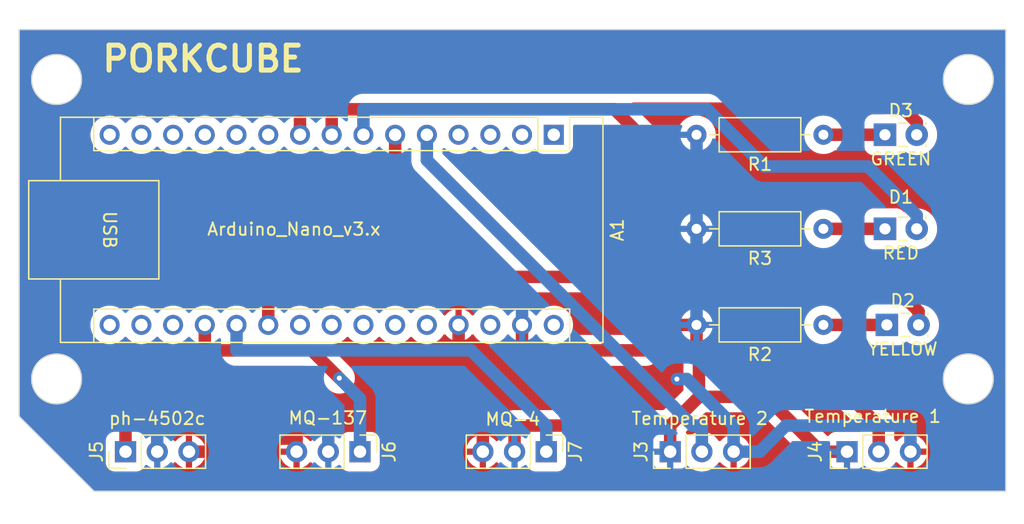
<source format=kicad_pcb>
(kicad_pcb (version 20221018) (generator pcbnew)
  (layers (0 "F.Cu" signal) (31 "B.Cu" signal) (34 "B.Paste" user) (35 "F.Paste" user) (36 "B.SilkS" user "B.Silkscreen") (37 "F.SilkS" user "F.Silkscreen") (38 "B.Mask" user) (39 "F.Mask" user) (44 "Edge.Cuts" user))
  (net 0 "")
  (net 5 "temp1")
  (net 6 "temp2")
  (net 7 "red")
  (net 8 "yellow")
  (net 9 "green")
  (net 19 "mq-137")
  (net 20 "mq-4")
  (net 21 "ph")
  (net 27 "Net-(A1-+5V)")
  (net 30 "Net-(D1-K)")
  (net 31 "Net-(D2-K)")
  (net 32 "Net-(D3-K)")
  (net 33 "Net-(J3-Pin_1)")
  (footprint "Connector_PinHeader_2.54mm:PinHeader_1x03_P2.54mm_Vertical" (layer "F.Cu") (at 152.3 94.84 90)
    (fp_text reference "J3" (at 0 -2.33 90) (layer "F.SilkS"))
    (fp_text value "Temperature 2" (at 2.66 2.37) (layer "F.SilkS"))
    (fp_line (start -1.33 -1.33) (end 0 -1.33) (stroke (width 0.12)) (layer "F.SilkS"))
    (fp_line (start -1.33 0) (end -1.33 -1.33) (stroke (width 0.12)) (layer "F.SilkS"))
    (fp_line (start -1.33 1.27) (end -1.33 6.41) (stroke (width 0.12)) (layer "F.SilkS"))
    (fp_line (start -1.33 1.27) (end 1.33 1.27) (stroke (width 0.12)) (layer "F.SilkS"))
    (fp_line (start -1.33 6.41) (end 1.33 6.41) (stroke (width 0.12)) (layer "F.SilkS"))
    (fp_line (start 1.33 1.27) (end 1.33 6.41) (stroke (width 0.12)) (layer "F.SilkS"))
    (pad "1" thru_hole rect (at 0 0 90) (size 1.7 1.7) (drill 1) (layers "*.Cu" "*.Mask") (net 33 "Net-(J3-Pin_1)"))
    (pad "2" thru_hole oval (at 0 2.54 90) (size 1.7 1.7) (drill 1) (layers "*.Cu" "*.Mask") (net 5 "temp1"))
    (pad "3" thru_hole oval (at 0 5.08 90) (size 1.7 1.7) (drill 1) (layers "*.Cu" "*.Mask") (net 27 "Net-(A1-+5V)"))
  )
  (footprint "Resistor_THT:R_Axial_DIN0207_L6.3mm_D2.5mm_P10.16mm_Horizontal" (layer "F.Cu") (at 164.57 84.68 180)
    (fp_text reference "R2" (at 5.08 -2.37) (layer "F.SilkS"))
    (fp_text value "470")
    (fp_line (start 1.04 0) (end 1.81 0) (stroke (width 0.12)) (layer "F.SilkS"))
    (fp_line (start 1.81 -1.37) (end 1.81 1.37) (stroke (width 0.12)) (layer "F.SilkS"))
    (fp_line (start 1.81 1.37) (end 8.35 1.37) (stroke (width 0.12)) (layer "F.SilkS"))
    (fp_line (start 8.35 -1.37) (end 1.81 -1.37) (stroke (width 0.12)) (layer "F.SilkS"))
    (fp_line (start 8.35 1.37) (end 8.35 -1.37) (stroke (width 0.12)) (layer "F.SilkS"))
    (fp_line (start 9.12 0) (end 8.35 0) (stroke (width 0.12)) (layer "F.SilkS"))
    (pad "1" thru_hole circle (at 0 0 180) (size 1.6 1.6) (drill 0.8) (layers "*.Cu" "*.Mask") (net 31 "Net-(D2-K)"))
    (pad "2" thru_hole oval (at 10.16 0 180) (size 1.6 1.6) (drill 0.8) (layers "*.Cu" "*.Mask") (net 33 "Net-(J3-Pin_1)"))
  )
  (footprint "LED_THT:LED_Rectangular_W3.9mm_H1.8mm_FlatTop" (layer "F.Cu") (at 169.65 84.68)
    (fp_text reference "D2" (at 1.27 -1.935) (layer "F.SilkS"))
    (fp_text value "YELLOW" (at 1.27 1.935) (layer "F.SilkS"))
    (fp_line (start 1.08 -0.935) (end 1.811 -0.935) (stroke (width 0.12)) (layer "F.SilkS"))
    (fp_line (start 1.08 0.935) (end 1.811 0.935) (stroke (width 0.12)) (layer "F.SilkS"))
    (fp_line (start 3.27 -0.935) (end 3.28 -0.935) (stroke (width 0.12)) (layer "F.SilkS"))
    (fp_line (start 3.27 0.935) (end 3.28 0.935) (stroke (width 0.12)) (layer "F.SilkS"))
    (fp_line (start 3.28 -0.935) (end 3.28 -0.825) (stroke (width 0.12)) (layer "F.SilkS"))
    (fp_line (start 3.28 0.825) (end 3.28 0.935) (stroke (width 0.12)) (layer "F.SilkS"))
    (pad "1" thru_hole rect (at 0 0) (size 1.8 1.8) (drill 0.9) (layers "*.Cu" "*.Mask") (net 31 "Net-(D2-K)"))
    (pad "2" thru_hole circle (at 2.54 0) (size 1.8 1.8) (drill 0.9) (layers "*.Cu" "*.Mask") (net 8 "yellow"))
  )
  (footprint "Connector_PinHeader_2.54mm:PinHeader_1x03_P2.54mm_Vertical" (layer "F.Cu") (at 108.69 94.84 90)
    (fp_text reference "J5" (at 0 -2.33 90) (layer "F.SilkS"))
    (fp_text value "ph-4502c" (at 2.66 2.54) (layer "F.SilkS"))
    (fp_line (start -1.33 -1.33) (end 0 -1.33) (stroke (width 0.12)) (layer "F.SilkS"))
    (fp_line (start -1.33 0) (end -1.33 -1.33) (stroke (width 0.12)) (layer "F.SilkS"))
    (fp_line (start -1.33 1.27) (end -1.33 6.41) (stroke (width 0.12)) (layer "F.SilkS"))
    (fp_line (start -1.33 1.27) (end 1.33 1.27) (stroke (width 0.12)) (layer "F.SilkS"))
    (fp_line (start -1.33 6.41) (end 1.33 6.41) (stroke (width 0.12)) (layer "F.SilkS"))
    (fp_line (start 1.33 1.27) (end 1.33 6.41) (stroke (width 0.12)) (layer "F.SilkS"))
    (pad "1" thru_hole rect (at 0 0 90) (size 1.7 1.7) (drill 1) (layers "*.Cu" "*.Mask") (net 21 "ph"))
    (pad "2" thru_hole oval (at 0 2.54 90) (size 1.7 1.7) (drill 1) (layers "*.Cu" "*.Mask") (net 33 "Net-(J3-Pin_1)"))
    (pad "3" thru_hole oval (at 0 5.08 90) (size 1.7 1.7) (drill 1) (layers "*.Cu" "*.Mask") (net 27 "Net-(A1-+5V)"))
  )
  (footprint "LED_THT:LED_Rectangular_W3.9mm_H1.8mm_FlatTop" (layer "F.Cu") (at 169.5 69.44)
    (fp_text reference "D3" (at 1.27 -1.935) (layer "F.SilkS"))
    (fp_text value "GREEN" (at 1.27 1.935) (layer "F.SilkS"))
    (fp_line (start 1.08 -0.935) (end 1.811 -0.935) (stroke (width 0.12)) (layer "F.SilkS"))
    (fp_line (start 1.08 0.935) (end 1.811 0.935) (stroke (width 0.12)) (layer "F.SilkS"))
    (fp_line (start 3.27 -0.935) (end 3.28 -0.935) (stroke (width 0.12)) (layer "F.SilkS"))
    (fp_line (start 3.27 0.935) (end 3.28 0.935) (stroke (width 0.12)) (layer "F.SilkS"))
    (fp_line (start 3.28 -0.935) (end 3.28 -0.825) (stroke (width 0.12)) (layer "F.SilkS"))
    (fp_line (start 3.28 0.825) (end 3.28 0.935) (stroke (width 0.12)) (layer "F.SilkS"))
    (pad "1" thru_hole rect (at 0 0) (size 1.8 1.8) (drill 0.9) (layers "*.Cu" "*.Mask") (net 32 "Net-(D3-K)"))
    (pad "2" thru_hole circle (at 2.54 0) (size 1.8 1.8) (drill 0.9) (layers "*.Cu" "*.Mask") (net 9 "green"))
  )
  (footprint "Connector_PinHeader_2.54mm:PinHeader_1x03_P2.54mm_Vertical" (layer "F.Cu") (at 166.46 94.84 90)
    (fp_text reference "J4" (at 0 -2.54 90) (layer "F.SilkS"))
    (fp_text value "Temperature 1" (at 2.83 2.06) (layer "F.SilkS"))
    (fp_line (start -1.33 -1.33) (end 0 -1.33) (stroke (width 0.12)) (layer "F.SilkS"))
    (fp_line (start -1.33 0) (end -1.33 -1.33) (stroke (width 0.12)) (layer "F.SilkS"))
    (fp_line (start -1.33 1.27) (end -1.33 6.41) (stroke (width 0.12)) (layer "F.SilkS"))
    (fp_line (start -1.33 1.27) (end 1.33 1.27) (stroke (width 0.12)) (layer "F.SilkS"))
    (fp_line (start -1.33 6.41) (end 1.33 6.41) (stroke (width 0.12)) (layer "F.SilkS"))
    (fp_line (start 1.33 1.27) (end 1.33 6.41) (stroke (width 0.12)) (layer "F.SilkS"))
    (pad "1" thru_hole rect (at 0 0 90) (size 1.7 1.7) (drill 1) (layers "*.Cu" "*.Mask") (net 33 "Net-(J3-Pin_1)"))
    (pad "2" thru_hole oval (at 0 2.54 90) (size 1.7 1.7) (drill 1) (layers "*.Cu" "*.Mask") (net 6 "temp2"))
    (pad "3" thru_hole oval (at 0 5.08 90) (size 1.7 1.7) (drill 1) (layers "*.Cu" "*.Mask") (net 27 "Net-(A1-+5V)"))
  )
  (footprint "Module:Arduino_Nano" (layer "F.Cu") (at 142.98 69.44 -90)
    (fp_text reference "A1" (at 7.62 -5.08 90) (layer "F.SilkS"))
    (fp_text value "Arduino_Nano_v3.x" (at 7.57 20.81) (layer "F.SilkS"))
    (fp_text user "USB" (at 7.62 35.56 -90 unlocked) (layer "F.SilkS"))
    (fp_line (start -1.4 -3.94) (end -1.4 -1.27) (stroke (width 0.12)) (layer "F.SilkS"))
    (fp_line (start -1.4 1.27) (end -1.4 39.5) (stroke (width 0.12)) (layer "F.SilkS"))
    (fp_line (start -1.4 39.5) (end 3.68 39.5) (stroke (width 0.12)) (layer "F.SilkS"))
    (fp_line (start 1.27 -1.27) (end -1.4 -1.27) (stroke (width 0.12)) (layer "F.SilkS"))
    (fp_line (start 1.27 1.27) (end -1.4 1.27) (stroke (width 0.12)) (layer "F.SilkS"))
    (fp_line (start 1.27 1.27) (end 1.27 -1.27) (stroke (width 0.12)) (layer "F.SilkS"))
    (fp_line (start 1.27 1.27) (end 1.27 36.83) (stroke (width 0.12)) (layer "F.SilkS"))
    (fp_line (start 1.27 36.83) (end -1.4 36.83) (stroke (width 0.12)) (layer "F.SilkS"))
    (fp_line (start 3.68 31.62) (end 11.56 31.62) (stroke (width 0.12)) (layer "F.SilkS"))
    (fp_line (start 3.68 42.04) (end 3.68 31.62) (stroke (width 0.12)) (layer "F.SilkS"))
    (fp_line (start 11.56 31.62) (end 11.56 42.04) (stroke (width 0.12)) (layer "F.SilkS"))
    (fp_line (start 11.56 42.04) (end 3.68 42.04) (stroke (width 0.12)) (layer "F.SilkS"))
    (fp_line (start 13.97 -1.27) (end 13.97 36.83) (stroke (width 0.12)) (layer "F.SilkS"))
    (fp_line (start 13.97 -1.27) (end 16.64 -1.27) (stroke (width 0.12)) (layer "F.SilkS"))
    (fp_line (start 13.97 36.83) (end 16.64 36.83) (stroke (width 0.12)) (layer "F.SilkS"))
    (fp_line (start 16.64 -3.94) (end -1.4 -3.94) (stroke (width 0.12)) (layer "F.SilkS"))
    (fp_line (start 16.64 39.5) (end 11.56 39.5) (stroke (width 0.12)) (layer "F.SilkS"))
    (fp_line (start 16.64 39.5) (end 16.64 -3.94) (stroke (width 0.12)) (layer "F.SilkS"))
    (pad "1" thru_hole rect (at 0 0 270) (size 1.6 1.6) (drill 1) (layers "*.Cu" "*.Mask"))
    (pad "2" thru_hole oval (at 0 2.54 270) (size 1.6 1.6) (drill 1) (layers "*.Cu" "*.Mask"))
    (pad "3" thru_hole oval (at 0 5.08 270) (size 1.6 1.6) (drill 1) (layers "*.Cu" "*.Mask"))
    (pad "4" thru_hole oval (at 0 7.62 270) (size 1.6 1.6) (drill 1) (layers "*.Cu" "*.Mask"))
    (pad "5" thru_hole oval (at 0 10.16 270) (size 1.6 1.6) (drill 1) (layers "*.Cu" "*.Mask") (net 5 "temp1"))
    (pad "6" thru_hole oval (at 0 12.7 270) (size 1.6 1.6) (drill 1) (layers "*.Cu" "*.Mask") (net 6 "temp2"))
    (pad "7" thru_hole oval (at 0 15.24 270) (size 1.6 1.6) (drill 1) (layers "*.Cu" "*.Mask") (net 7 "red"))
    (pad "8" thru_hole oval (at 0 17.78 270) (size 1.6 1.6) (drill 1) (layers "*.Cu" "*.Mask") (net 8 "yellow"))
    (pad "9" thru_hole oval (at 0 20.32 270) (size 1.6 1.6) (drill 1) (layers "*.Cu" "*.Mask") (net 9 "green"))
    (pad "10" thru_hole oval (at 0 22.86 270) (size 1.6 1.6) (drill 1) (layers "*.Cu" "*.Mask"))
    (pad "11" thru_hole oval (at 0 25.4 270) (size 1.6 1.6) (drill 1) (layers "*.Cu" "*.Mask"))
    (pad "12" thru_hole oval (at 0 27.94 270) (size 1.6 1.6) (drill 1) (layers "*.Cu" "*.Mask"))
    (pad "13" thru_hole oval (at 0 30.48 270) (size 1.6 1.6) (drill 1) (layers "*.Cu" "*.Mask"))
    (pad "14" thru_hole oval (at 0 33.02 270) (size 1.6 1.6) (drill 1) (layers "*.Cu" "*.Mask"))
    (pad "15" thru_hole oval (at 0 35.56 270) (size 1.6 1.6) (drill 1) (layers "*.Cu" "*.Mask"))
    (pad "16" thru_hole oval (at 15.24 35.56 270) (size 1.6 1.6) (drill 1) (layers "*.Cu" "*.Mask"))
    (pad "17" thru_hole oval (at 15.24 33.02 270) (size 1.6 1.6) (drill 1) (layers "*.Cu" "*.Mask"))
    (pad "18" thru_hole oval (at 15.24 30.48 270) (size 1.6 1.6) (drill 1) (layers "*.Cu" "*.Mask"))
    (pad "19" thru_hole oval (at 15.24 27.94 270) (size 1.6 1.6) (drill 1) (layers "*.Cu" "*.Mask") (net 19 "mq-137"))
    (pad "20" thru_hole oval (at 15.24 25.4 270) (size 1.6 1.6) (drill 1) (layers "*.Cu" "*.Mask") (net 20 "mq-4"))
    (pad "21" thru_hole oval (at 15.24 22.86 270) (size 1.6 1.6) (drill 1) (layers "*.Cu" "*.Mask") (net 21 "ph"))
    (pad "22" thru_hole oval (at 15.24 20.32 270) (size 1.6 1.6) (drill 1) (layers "*.Cu" "*.Mask"))
    (pad "23" thru_hole oval (at 15.24 17.78 270) (size 1.6 1.6) (drill 1) (layers "*.Cu" "*.Mask"))
    (pad "24" thru_hole oval (at 15.24 15.24 270) (size 1.6 1.6) (drill 1) (layers "*.Cu" "*.Mask"))
    (pad "25" thru_hole oval (at 15.24 12.7 270) (size 1.6 1.6) (drill 1) (layers "*.Cu" "*.Mask"))
    (pad "26" thru_hole oval (at 15.24 10.16 270) (size 1.6 1.6) (drill 1) (layers "*.Cu" "*.Mask"))
    (pad "27" thru_hole oval (at 15.24 7.62 270) (size 1.6 1.6) (drill 1) (layers "*.Cu" "*.Mask") (net 27 "Net-(A1-+5V)"))
    (pad "28" thru_hole oval (at 15.24 5.08 270) (size 1.6 1.6) (drill 1) (layers "*.Cu" "*.Mask"))
    (pad "29" thru_hole oval (at 15.24 2.54 270) (size 1.6 1.6) (drill 1) (layers "*.Cu" "*.Mask") (net 33 "Net-(J3-Pin_1)"))
    (pad "30" thru_hole oval (at 15.24 0 270) (size 1.6 1.6) (drill 1) (layers "*.Cu" "*.Mask"))
  )
  (footprint "Connector_PinHeader_2.54mm:PinHeader_1x03_P2.54mm_Vertical" (layer "F.Cu") (at 142.38 94.84 -90)
    (fp_text reference "J7" (at 0 -2.33 90) (layer "F.SilkS"))
    (fp_text value "MQ-4" (at -2.6 2.68) (layer "F.SilkS"))
    (fp_line (start -1.33 -1.33) (end 0 -1.33) (stroke (width 0.12)) (layer "F.SilkS"))
    (fp_line (start -1.33 0) (end -1.33 -1.33) (stroke (width 0.12)) (layer "F.SilkS"))
    (fp_line (start -1.33 1.27) (end -1.33 6.41) (stroke (width 0.12)) (layer "F.SilkS"))
    (fp_line (start -1.33 1.27) (end 1.33 1.27) (stroke (width 0.12)) (layer "F.SilkS"))
    (fp_line (start -1.33 6.41) (end 1.33 6.41) (stroke (width 0.12)) (layer "F.SilkS"))
    (fp_line (start 1.33 1.27) (end 1.33 6.41) (stroke (width 0.12)) (layer "F.SilkS"))
    (pad "1" thru_hole rect (at 0 0 270) (size 1.7 1.7) (drill 1) (layers "*.Cu" "*.Mask") (net 20 "mq-4"))
    (pad "2" thru_hole oval (at 0 2.54 270) (size 1.7 1.7) (drill 1) (layers "*.Cu" "*.Mask") (net 33 "Net-(J3-Pin_1)"))
    (pad "3" thru_hole oval (at 0 5.08 270) (size 1.7 1.7) (drill 1) (layers "*.Cu" "*.Mask") (net 27 "Net-(A1-+5V)"))
  )
  (footprint "Resistor_THT:R_Axial_DIN0207_L6.3mm_D2.5mm_P10.16mm_Horizontal" (layer "F.Cu") (at 164.57 76.98 180)
    (fp_text reference "R3" (at 5.08 -2.37) (layer "F.SilkS"))
    (fp_text value "470")
    (fp_line (start 1.04 0) (end 1.81 0) (stroke (width 0.12)) (layer "F.SilkS"))
    (fp_line (start 1.81 -1.37) (end 1.81 1.37) (stroke (width 0.12)) (layer "F.SilkS"))
    (fp_line (start 1.81 1.37) (end 8.35 1.37) (stroke (width 0.12)) (layer "F.SilkS"))
    (fp_line (start 8.35 -1.37) (end 1.81 -1.37) (stroke (width 0.12)) (layer "F.SilkS"))
    (fp_line (start 8.35 1.37) (end 8.35 -1.37) (stroke (width 0.12)) (layer "F.SilkS"))
    (fp_line (start 9.12 0) (end 8.35 0) (stroke (width 0.12)) (layer "F.SilkS"))
    (pad "1" thru_hole circle (at 0 0 180) (size 1.6 1.6) (drill 0.8) (layers "*.Cu" "*.Mask") (net 30 "Net-(D1-K)"))
    (pad "2" thru_hole oval (at 10.16 0 180) (size 1.6 1.6) (drill 0.8) (layers "*.Cu" "*.Mask") (net 33 "Net-(J3-Pin_1)"))
  )
  (footprint "Connector_PinHeader_2.54mm:PinHeader_1x03_P2.54mm_Vertical" (layer "F.Cu") (at 127.465 94.84 -90)
    (fp_text reference "J6" (at 0 -2.33 90) (layer "F.SilkS"))
    (fp_text value "MQ-137" (at -2.7 2.58) (layer "F.SilkS"))
    (fp_line (start -1.33 -1.33) (end 0 -1.33) (stroke (width 0.12)) (layer "F.SilkS"))
    (fp_line (start -1.33 0) (end -1.33 -1.33) (stroke (width 0.12)) (layer "F.SilkS"))
    (fp_line (start -1.33 1.27) (end -1.33 6.41) (stroke (width 0.12)) (layer "F.SilkS"))
    (fp_line (start -1.33 1.27) (end 1.33 1.27) (stroke (width 0.12)) (layer "F.SilkS"))
    (fp_line (start -1.33 6.41) (end 1.33 6.41) (stroke (width 0.12)) (layer "F.SilkS"))
    (fp_line (start 1.33 1.27) (end 1.33 6.41) (stroke (width 0.12)) (layer "F.SilkS"))
    (pad "1" thru_hole rect (at 0 0 270) (size 1.7 1.7) (drill 1) (layers "*.Cu" "*.Mask") (net 19 "mq-137"))
    (pad "2" thru_hole oval (at 0 2.54 270) (size 1.7 1.7) (drill 1) (layers "*.Cu" "*.Mask") (net 33 "Net-(J3-Pin_1)"))
    (pad "3" thru_hole oval (at 0 5.08 270) (size 1.7 1.7) (drill 1) (layers "*.Cu" "*.Mask") (net 27 "Net-(A1-+5V)"))
  )
  (footprint "LED_THT:LED_Rectangular_W3.9mm_H1.8mm_FlatTop" (layer "F.Cu") (at 169.5 76.98)
    (fp_text reference "D1" (at 1.27 -2.54) (layer "F.SilkS"))
    (fp_text value "RED" (at 1.27 1.935) (layer "F.SilkS"))
    (fp_line (start 1.08 -0.935) (end 1.811 -0.935) (stroke (width 0.12)) (layer "F.SilkS"))
    (fp_line (start 1.08 0.935) (end 1.811 0.935) (stroke (width 0.12)) (layer "F.SilkS"))
    (fp_line (start 3.27 -0.935) (end 3.28 -0.935) (stroke (width 0.12)) (layer "F.SilkS"))
    (fp_line (start 3.27 0.935) (end 3.28 0.935) (stroke (width 0.12)) (layer "F.SilkS"))
    (fp_line (start 3.28 -0.935) (end 3.28 -0.825) (stroke (width 0.12)) (layer "F.SilkS"))
    (fp_line (start 3.28 0.825) (end 3.28 0.935) (stroke (width 0.12)) (layer "F.SilkS"))
    (pad "1" thru_hole rect (at 0 0) (size 1.8 1.8) (drill 0.9) (layers "*.Cu" "*.Mask") (net 30 "Net-(D1-K)"))
    (pad "2" thru_hole circle (at 2.54 0) (size 1.8 1.8) (drill 0.9) (layers "*.Cu" "*.Mask") (net 7 "red"))
  )
  (footprint "Resistor_THT:R_Axial_DIN0207_L6.3mm_D2.5mm_P10.16mm_Horizontal" (layer "F.Cu") (at 164.57 69.44 180)
    (fp_text reference "R1" (at 5.08 -2.37) (layer "F.SilkS"))
    (fp_text value "470")
    (fp_line (start 1.04 0) (end 1.81 0) (stroke (width 0.12)) (layer "F.SilkS"))
    (fp_line (start 1.81 -1.37) (end 1.81 1.37) (stroke (width 0.12)) (layer "F.SilkS"))
    (fp_line (start 1.81 1.37) (end 8.35 1.37) (stroke (width 0.12)) (layer "F.SilkS"))
    (fp_line (start 8.35 -1.37) (end 1.81 -1.37) (stroke (width 0.12)) (layer "F.SilkS"))
    (fp_line (start 8.35 1.37) (end 8.35 -1.37) (stroke (width 0.12)) (layer "F.SilkS"))
    (fp_line (start 9.12 0) (end 8.35 0) (stroke (width 0.12)) (layer "F.SilkS"))
    (pad "1" thru_hole circle (at 0 0 180) (size 1.6 1.6) (drill 0.8) (layers "*.Cu" "*.Mask") (net 32 "Net-(D3-K)"))
    (pad "2" thru_hole oval (at 10.16 0 180) (size 1.6 1.6) (drill 0.8) (layers "*.Cu" "*.Mask") (net 33 "Net-(J3-Pin_1)"))
  )
  (gr_circle (center 176.17 89.01) (end 176.17 91.01) (stroke (width 0.1)) (fill none) (layer "Edge.Cuts"))
  (gr_circle (center 103.17 65.01) (end 103.17 67.01) (stroke (width 0.1)) (fill none) (layer "Edge.Cuts"))
  (gr_line (start 179.17 98.01) (end 106.17 98.01) (stroke (width 0.1)) (layer "Edge.Cuts"))
  (gr_circle (center 176.17 65.01) (end 176.17 67.01) (stroke (width 0.1)) (fill none) (layer "Edge.Cuts"))
  (gr_line (start 179.17 61.01) (end 175.17 61.01) (stroke (width 0.1)) (layer "Edge.Cuts"))
  (gr_circle (center 103.17 89.01) (end 103.17 91.01) (stroke (width 0.1)) (fill none) (layer "Edge.Cuts"))
  (gr_line (start 100.17 61.01) (end 105.17 61.01) (stroke (width 0.1)) (layer "Edge.Cuts"))
  (gr_line (start 175.17 61.01) (end 105.17 61.01) (stroke (width 0.1)) (layer "Edge.Cuts"))
  (gr_line (start 106.17 98.01) (end 100.17 92.01) (stroke (width 0.1)) (layer "Edge.Cuts"))
  (gr_line (start 179.17 98.01) (end 179.17 61.01) (stroke (width 0.1)) (layer "Edge.Cuts"))
  (gr_line (start 100.17 92.01) (end 100.17 61.01) (stroke (width 0.1)) (layer "Edge.Cuts"))
  (gr_text "PORKCUBE" (at 106.64 64.52) (layer "F.Cu") (effects (font (size 2 2) (thickness 0.4) bold) (justify left bottom)))
  (gr_text "PORKCUBE" (at 106.634 64.524) (layer "F.SilkS") (effects (font (size 2 2) (thickness 0.4) bold) (justify left bottom)))
  (segment (start 154.84 94.84) (end 154.84 92.7481) (width 1) (layer "B.Cu") (net 5))
  (segment (start 154.0862 92.7481) (end 154.84 92.7481) (width 1) (layer "B.Cu") (net 5))
  (segment (start 132.82 71.4819) (end 154.0862 92.7481) (width 1) (layer "B.Cu") (net 5))
  (segment (start 132.82 69.44) (end 132.82 71.4819) (width 1) (layer "B.Cu") (net 5))
  (segment (start 130.28 71.4819) (end 139.6281 80.83) (width 1) (layer "F.Cu") (net 6))
  (segment (start 169 94.84) (end 169 92.7481) (width 1) (layer "F.Cu") (net 6))
  (segment (start 139.6281 80.83) (end 157.0819 80.83) (width 1) (layer "F.Cu") (net 6))
  (segment (start 130.28 69.44) (end 130.28 71.4819) (width 1) (layer "F.Cu") (net 6))
  (segment (start 157.0819 80.83) (end 169 92.7481) (width 1) (layer "F.Cu") (net 6))
  (segment (start 159.8484 71.98) (end 168.1339 71.98) (width 1) (layer "B.Cu") (net 7))
  (segment (start 172.04 75.8861) (end 172.04 76.98) (width 1) (layer "B.Cu") (net 7))
  (segment (start 155.2665 67.3981) (end 159.8484 71.98) (width 1) (layer "B.Cu") (net 7))
  (segment (start 168.1339 71.98) (end 172.04 75.8861) (width 1) (layer "B.Cu") (net 7))
  (segment (start 127.74 67.3981) (end 155.2665 67.3981) (width 1) (layer "B.Cu") (net 7))
  (segment (start 127.74 69.44) (end 127.74 67.3981) (width 1) (layer "B.Cu") (net 7))
  (segment (start 172.19 83.5959) (end 167.6837 79.0896) (width 1) (layer "F.Cu") (net 8))
  (segment (start 159.5284 79.0896) (end 147.8369 67.3981) (width 1) (layer "F.Cu") (net 8))
  (segment (start 125.2 69.44) (end 125.2 67.3981) (width 1) (layer "F.Cu") (net 8))
  (segment (start 172.19 84.68) (end 172.19 83.5959) (width 1) (layer "F.Cu") (net 8))
  (segment (start 147.8369 67.3981) (end 125.2 67.3981) (width 1) (layer "F.Cu") (net 8))
  (segment (start 167.6837 79.0896) (end 159.5284 79.0896) (width 1) (layer "F.Cu") (net 8))
  (segment (start 124.4501 65.608) (end 122.66 67.3981) (width 1) (layer "F.Cu") (net 9))
  (segment (start 172.04 69.44) (end 172.04 68.4193) (width 1) (layer "F.Cu") (net 9))
  (segment (start 122.66 69.44) (end 122.66 67.3981) (width 1) (layer "F.Cu") (net 9))
  (segment (start 169.2287 65.608) (end 124.4501 65.608) (width 1) (layer "F.Cu") (net 9))
  (segment (start 172.04 68.4193) (end 169.2287 65.608) (width 1) (layer "F.Cu") (net 9))
  (segment (start 115.04 84.68) (end 115.04 86.7219) (width 1) (layer "F.Cu") (net 19))
  (segment (start 115.04 86.7219) (end 123.586 86.7219) (width 1) (layer "F.Cu") (net 19))
  (segment (start 123.586 86.7219) (end 125.81 88.9459) (width 1) (layer "F.Cu") (net 19))
  (via (at 125.81 88.9459) (size 0.8) (drill 0.4) (layers "F.Cu" "B.Cu") (net 19))
  (segment (start 127.465 90.6009) (end 127.465 94.84) (width 1) (layer "B.Cu") (net 19))
  (segment (start 125.81 88.9459) (end 127.465 90.6009) (width 1) (layer "B.Cu") (net 19))
  (segment (start 117.58 84.68) (end 117.58 86.7219) (width 1) (layer "B.Cu") (net 20))
  (segment (start 136.3538 86.7219) (end 142.38 92.7481) (width 1) (layer "B.Cu") (net 20))
  (segment (start 117.58 86.7219) (end 136.3538 86.7219) (width 1) (layer "B.Cu") (net 20))
  (segment (start 142.38 94.84) (end 142.38 92.7481) (width 1) (layer "B.Cu") (net 20))
  (segment (start 106.5219 82.6381) (end 105.3763 83.7837) (width 1) (layer "F.Cu") (net 21))
  (segment (start 108.69 89.0426) (end 108.69 94.84) (width 1) (layer "F.Cu") (net 21))
  (segment (start 105.3763 85.7289) (end 108.69 89.0426) (width 1) (layer "F.Cu") (net 21))
  (segment (start 120.12 82.6381) (end 106.5219 82.6381) (width 1) (layer "F.Cu") (net 21))
  (segment (start 120.12 84.68) (end 120.12 82.6381) (width 1) (layer "F.Cu") (net 21))
  (segment (start 105.3763 83.7837) (end 105.3763 85.7289) (width 1) (layer "F.Cu") (net 21))
  (segment (start 122.385 94.84) (end 122.385 93.794) (width 1) (layer "F.Cu") (net 27))
  (segment (start 122.385 93.794) (end 122.385 92.7481) (width 1) (layer "F.Cu") (net 27))
  (segment (start 113.77 94.84) (end 115.8619 94.84) (width 1) (layer "F.Cu") (net 27))
  (segment (start 135.36 84.68) (end 135.36 86.7219) (width 1) (layer "F.Cu") (net 27))
  (segment (start 116.9079 93.794) (end 115.8619 94.84) (width 1) (layer "F.Cu") (net 27))
  (segment (start 137.3 92.7496) (end 137.3 92.7481) (width 1) (layer "F.Cu") (net 27))
  (segment (start 137.3 89.0196) (end 137.3 88.6619) (width 1) (layer "F.Cu") (net 27))
  (segment (start 137.3 92.7481) (end 137.3 89.0196) (width 1) (layer "F.Cu") (net 27))
  (segment (start 137.3 88.6619) (end 135.36 86.7219) (width 1) (layer "F.Cu") (net 27))
  (segment (start 137.3 89.0196) (end 152.8377 89.0196) (width 1) (layer "F.Cu") (net 27))
  (segment (start 137.2985 92.7481) (end 137.3 92.7496) (width 1) (layer "F.Cu") (net 27))
  (segment (start 122.385 92.7481) (end 137.2985 92.7481) (width 1) (layer "F.Cu") (net 27))
  (segment (start 137.3 94.84) (end 137.3 92.7496) (width 1) (layer "F.Cu") (net 27))
  (segment (start 122.385 93.794) (end 116.9079 93.794) (width 1) (layer "F.Cu") (net 27))
  (via (at 152.8377 89.0196) (size 0.8) (drill 0.4) (layers "F.Cu" "B.Cu") (net 27))
  (segment (start 157.38 94.84) (end 159.4719 94.84) (width 1) (layer "B.Cu") (net 27))
  (segment (start 153.6515 89.0196) (end 152.8377 89.0196) (width 1) (layer "B.Cu") (net 27))
  (segment (start 171.54 94.84) (end 171.54 92.7481) (width 1) (layer "B.Cu") (net 27))
  (segment (start 171.54 92.7481) (end 161.5638 92.7481) (width 1) (layer "B.Cu") (net 27))
  (segment (start 161.5638 92.7481) (end 159.4719 94.84) (width 1) (layer "B.Cu") (net 27))
  (segment (start 157.38 94.84) (end 157.38 92.7481) (width 1) (layer "B.Cu") (net 27))
  (segment (start 157.38 92.7481) (end 153.6515 89.0196) (width 1) (layer "B.Cu") (net 27))
  (segment (start 169.5 76.98) (end 164.57 76.98) (width 1) (layer "F.Cu") (net 30))
  (segment (start 169.65 84.68) (end 164.57 84.68) (width 1) (layer "F.Cu") (net 31))
  (segment (start 169.5 69.44) (end 164.57 69.44) (width 1) (layer "F.Cu") (net 32))
  (segment (start 139.84 94.84) (end 139.84 92.7481) (width 1) (layer "F.Cu") (net 33))
  (segment (start 154.6042 86.9161) (end 154.6042 90.4439) (width 1) (layer "F.Cu") (net 33))
  (segment (start 154.41 84.68) (end 154.41 86.7219) (width 1) (layer "F.Cu") (net 33))
  (segment (start 152.3 94.84) (end 152.3 92.7481) (width 1) (layer "F.Cu") (net 33))
  (segment (start 152.3 92.7481) (end 139.84 92.7481) (width 1) (layer "F.Cu") (net 33))
  (segment (start 154.0941 84.68) (end 154.41 84.68) (width 1) (layer "F.Cu") (net 33))
  (segment (start 150.3262 86.7219) (end 152.3681 84.68) (width 1) (layer "F.Cu") (net 33))
  (segment (start 159.972 90.4439) (end 154.6042 90.4439) (width 1) (layer "F.Cu") (net 33))
  (segment (start 140.44 86.7219) (end 150.3262 86.7219) (width 1) (layer "F.Cu") (net 33))
  (segment (start 166.46 94.84) (end 164.3681 94.84) (width 1) (layer "F.Cu") (net 33))
  (segment (start 140.44 84.68) (end 140.44 86.7219) (width 1) (layer "F.Cu") (net 33))
  (segment (start 164.3681 94.84) (end 159.972 90.4439) (width 1) (layer "F.Cu") (net 33))
  (segment (start 154.0941 84.68) (end 152.3681 84.68) (width 1) (layer "F.Cu") (net 33))
  (segment (start 154.41 86.7219) (end 154.6042 86.9161) (width 1) (layer "F.Cu") (net 33))
  (segment (start 154.6042 90.4439) (end 152.3 92.7481) (width 1) (layer "F.Cu") (net 33))
  (segment (start 105.3165 85.5553) (end 111.23 91.4688) (width 1) (layer "B.Cu") (net 33))
  (segment (start 154.41 76.98) (end 154.41 69.44) (width 1) (layer "B.Cu") (net 33))
  (segment (start 154.41 84.68) (end 154.41 76.98) (width 1) (layer "B.Cu") (net 33))
  (segment (start 111.23 94.84) (end 111.23 92.7481) (width 1) (layer "B.Cu") (net 33))
  (segment (start 111.23 92.7481) (end 124.925 92.7481) (width 1) (layer "B.Cu") (net 33))
  (segment (start 140.44 84.68) (end 140.44 82.6381) (width 1) (layer "B.Cu") (net 33))
  (segment (start 106.5291 82.6381) (end 105.3165 83.8507) (width 1) (layer "B.Cu") (net 33))
  (segment (start 124.925 94.84) (end 124.925 92.7481) (width 1) (layer "B.Cu") (net 33))
  (segment (start 140.44 82.6381) (end 106.5291 82.6381) (width 1) (layer "B.Cu") (net 33))
  (segment (start 105.3165 83.8507) (end 105.3165 85.5553) (width 1) (layer "B.Cu") (net 33))
  (segment (start 111.23 91.4688) (end 111.23 92.7481) (width 1) (layer "B.Cu") (net 33))
  (zone (net 27) (net_name "Net-(A1-+5V)") (layer "F.Cu") (connect_pads (clearance 0.5)) (min_thickness 0.25) (fill yes (thermal_gap 0.5) (thermal_bridge_width 0.5))
    (polygon (pts (xy 98.64 58.64) (xy 98.64 100.64) (xy 180.64 100.64) (xy 180.64 58.64)))
  )
  (zone (net 33) (net_name "Net-(J3-Pin_1)") (layer "B.Cu") (priority 1) (connect_pads (clearance 0.5)) (min_thickness 0.25) (fill yes (thermal_gap 0.5) (thermal_bridge_width 0.5))
    (polygon (pts (xy 98.64 58.64) (xy 98.64 100.64) (xy 180.64 100.64) (xy 180.64 58.64)))
  )
)
</source>
